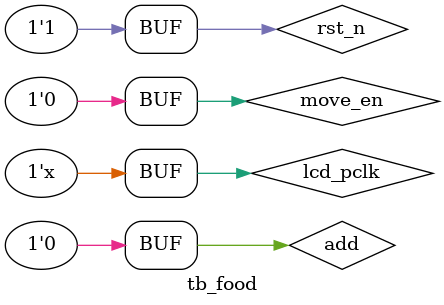
<source format=v>
`timescale 1ns / 1ps
module tb_food();

reg	lcd_pclk;
reg	rst_n;
reg	move_en;
wire	[10:0]	foodx ;
wire	[10:0]	foody ;
reg		add;

initial begin
	lcd_pclk = 1'b0;
	rst_n = 1'b0;
	move_en = 1'b0;
	add = 1'b0;
	#40
		rst_n = 1'b1;
	#40	move_en = 1'b1;
	#40 move_en = 1'b0;

	#200 
		move_en = 1'b1;
		add = 1'b1;
	#40 move_en = 1'b0;
		add = 1'b0;
	#200 
		move_en = 1'b1;
		add = 1'b0;
	#40 move_en = 1'b0;
		add = 1'b0;
	#200 
		move_en = 1'b1;
		add = 1'b1;
	#40 move_en = 1'b0;
	
	#200 
		move_en = 1'b1;
		add = 1'b0;
	#40 move_en = 1'b0;
	
	#200 
		move_en = 1'b1;
		add = 1'b1;
	#40 move_en = 1'b0;
	
	#200 
		move_en = 1'b1;
		add = 1'b0;
	#40 move_en = 1'b0;
	
	#200 
		move_en = 1'b1;
		add = 1'b1;
	#40 move_en = 1'b0;
	
	#200 
		move_en = 1'b1;
		add = 1'b0;
	#40 move_en = 1'b0;
end

always #20 lcd_pclk = ~lcd_pclk;

food u_food(
	.lcd_pclk      (lcd_pclk  ),
    .rst_n         (rst_n ),
    .move_en		(move_en),
	.foodx			(foodx),
	.foody			(foody),
	.add			(add)
);

endmodule

</source>
